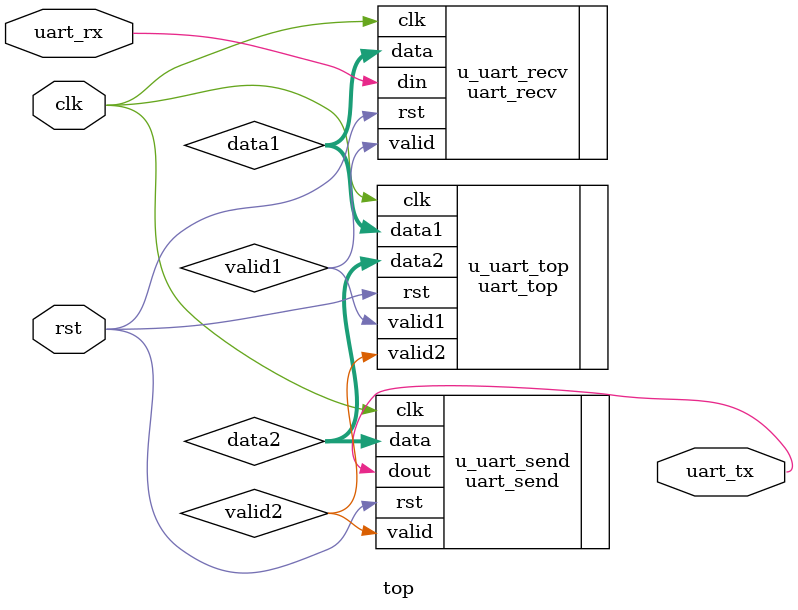
<source format=v>
`timescale 1ns / 1ps

module top(
    input wire clk,
    input wire rst,
    input wire uart_rx,
    output wire uart_tx
);

wire [7:0] data1,data2;
wire valid1,valid2;

uart_top u_uart_top(
    .clk(clk),
    .rst(rst),
    .valid1(valid1),
    .valid2(valid2),
    .data1(data1),
    .data2(data2)
);

uart_recv u_uart_recv(
    .clk(clk),
    .rst(rst),
    .din(uart_rx),
    .valid(valid1),
    .data(data1)
);

uart_send u_uart_send(
    .clk(clk),
    .rst(rst),
    .valid(valid2),
    .data(data2),
    .dout(uart_tx)
);

endmodule

</source>
